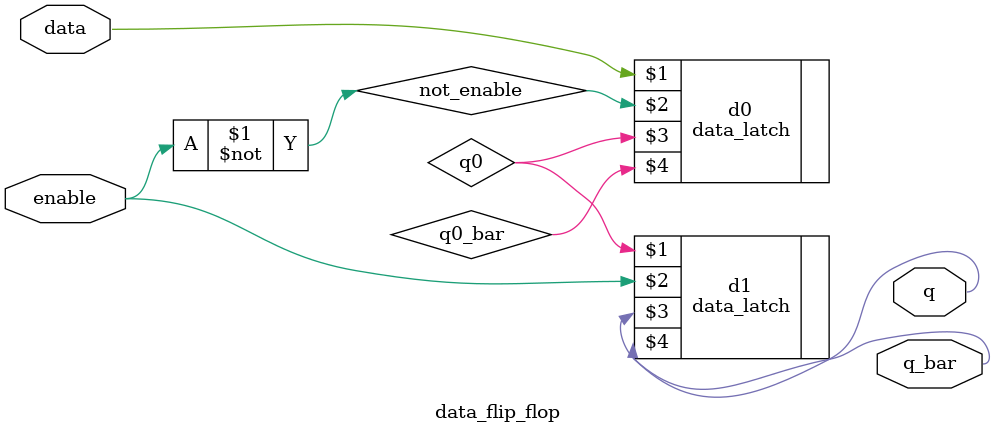
<source format=v>
module data_flip_flop(input data, input enable, output q, output q_bar);

    wire q0;
    wire q0_bar;
    wire not_enable;

    not (not_enable, enable);

    data_latch d0(data, not_enable, q0, q0_bar);
    data_latch d1(q0, enable, q, q_bar);

endmodule

</source>
